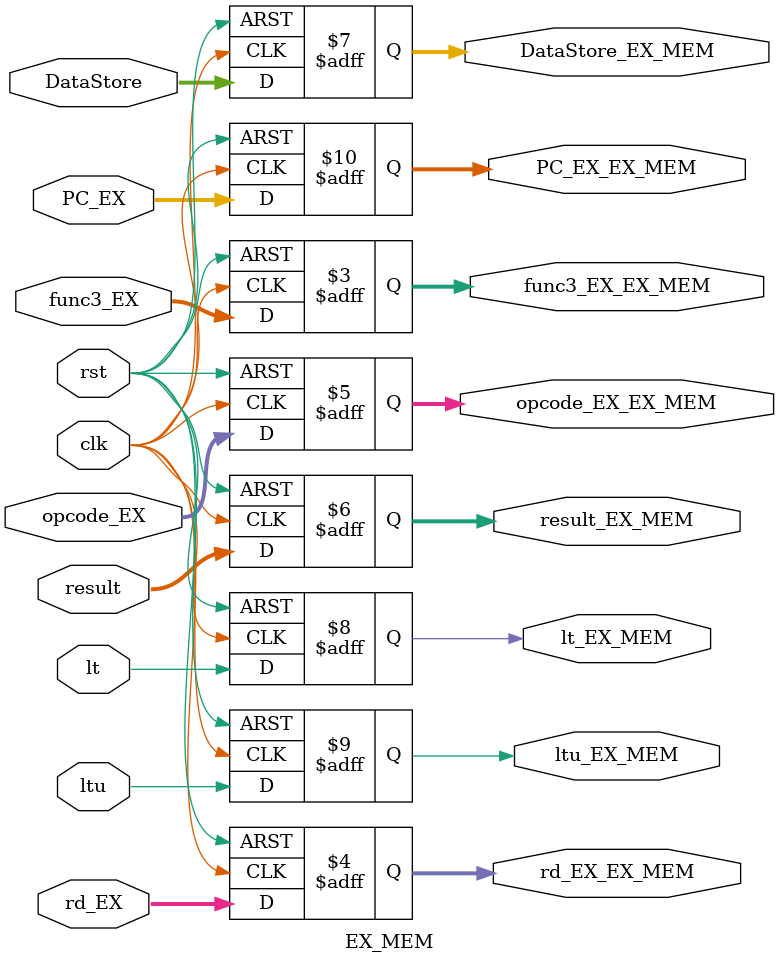
<source format=v>
module EX_MEM (
    input wire clk,
    input wire rst,
    input wire [2:0] func3_EX,
    input wire [4:0] rd_EX,
    input wire [6:0] opcode_EX,
    input wire [31:0] result,
    input wire [31:0] DataStore,
    input wire lt,
    input wire ltu,
    input wire [31:0] PC_EX,
    output reg [2:0] func3_EX_EX_MEM,
    output reg [4:0] rd_EX_EX_MEM,
    output reg [6:0] opcode_EX_EX_MEM,
    output reg [31:0] result_EX_MEM,
    output reg [31:0] DataStore_EX_MEM,
    output reg lt_EX_MEM,
    output reg ltu_EX_MEM,
    output reg [31:0] PC_EX_EX_MEM
);

always @(posedge clk, negedge rst)
begin
    if (!rst)
    begin
        func3_EX_EX_MEM <= 3'd0;
        rd_EX_EX_MEM <= 5'd0;
        opcode_EX_EX_MEM <= 7'd0;
        result_EX_MEM <= 32'd0;
        DataStore_EX_MEM <= 32'd0;
        lt_EX_MEM <= 1'd0;
        ltu_EX_MEM <= 1'd0;
        PC_EX_EX_MEM <= 32'd0;
    end
    else
    begin
        func3_EX_EX_MEM <= func3_EX;
        rd_EX_EX_MEM <= rd_EX;
        opcode_EX_EX_MEM <= opcode_EX;
        result_EX_MEM <= result;
        DataStore_EX_MEM <= DataStore;
        lt_EX_MEM <= lt;
        ltu_EX_MEM <= ltu;
        PC_EX_EX_MEM <= PC_EX;
    end
end

endmodule

</source>
